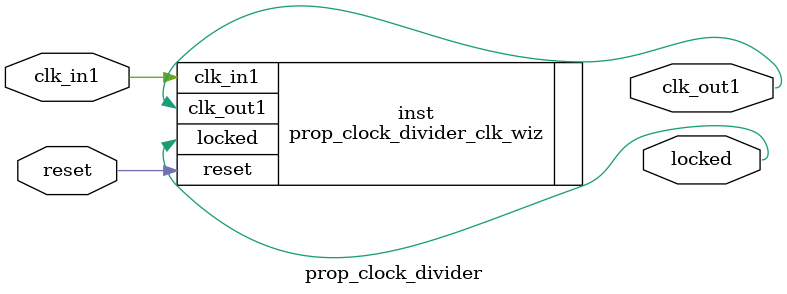
<source format=v>


`timescale 1ps/1ps

(* CORE_GENERATION_INFO = "prop_clock_divider,clk_wiz_v6_0_3_0_0,{component_name=prop_clock_divider,use_phase_alignment=true,use_min_o_jitter=false,use_max_i_jitter=false,use_dyn_phase_shift=false,use_inclk_switchover=false,use_dyn_reconfig=false,enable_axi=0,feedback_source=FDBK_AUTO,PRIMITIVE=MMCM,num_out_clk=1,clkin1_period=10.000,clkin2_period=10.000,use_power_down=false,use_reset=true,use_locked=true,use_inclk_stopped=false,feedback_type=SINGLE,CLOCK_MGR_TYPE=NA,manual_override=false}" *)

module prop_clock_divider 
 (
  // Clock out ports
  output        clk_out1,
  // Status and control signals
  input         reset,
  output        locked,
 // Clock in ports
  input         clk_in1
 );

  prop_clock_divider_clk_wiz inst
  (
  // Clock out ports  
  .clk_out1(clk_out1),
  // Status and control signals               
  .reset(reset), 
  .locked(locked),
 // Clock in ports
  .clk_in1(clk_in1)
  );

endmodule

</source>
